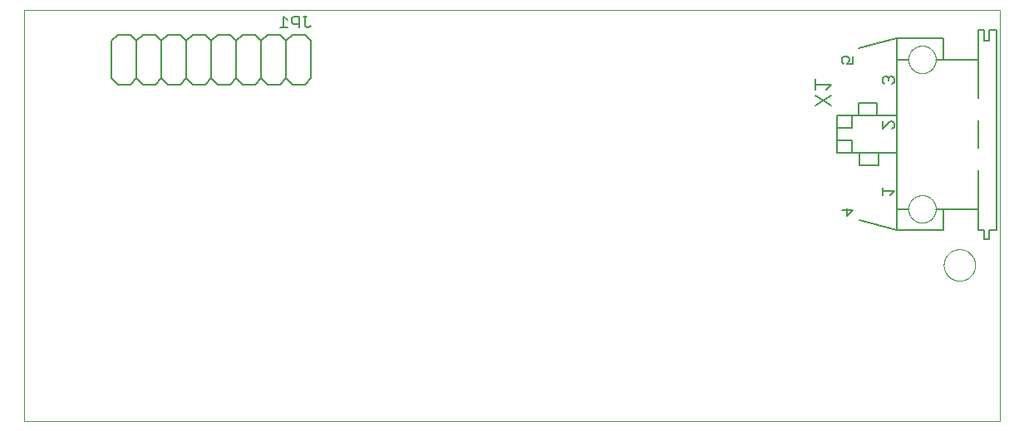
<source format=gbo>
G75*
%MOIN*%
%OFA0B0*%
%FSLAX25Y25*%
%IPPOS*%
%LPD*%
%AMOC8*
5,1,8,0,0,1.08239X$1,22.5*
%
%ADD10C,0.00000*%
%ADD11C,0.00600*%
%ADD12C,0.00500*%
%ADD13C,0.00700*%
D10*
X0001000Y0002875D02*
X0001000Y0167835D01*
X0392201Y0167835D01*
X0392201Y0002875D01*
X0001000Y0002875D01*
X0355500Y0087875D02*
X0355502Y0088023D01*
X0355508Y0088171D01*
X0355518Y0088319D01*
X0355532Y0088467D01*
X0355550Y0088614D01*
X0355572Y0088761D01*
X0355598Y0088907D01*
X0355627Y0089052D01*
X0355661Y0089197D01*
X0355699Y0089340D01*
X0355740Y0089483D01*
X0355785Y0089624D01*
X0355835Y0089764D01*
X0355887Y0089902D01*
X0355944Y0090040D01*
X0356004Y0090175D01*
X0356068Y0090309D01*
X0356135Y0090441D01*
X0356206Y0090571D01*
X0356281Y0090700D01*
X0356359Y0090826D01*
X0356440Y0090950D01*
X0356524Y0091072D01*
X0356612Y0091191D01*
X0356703Y0091308D01*
X0356797Y0091423D01*
X0356895Y0091535D01*
X0356995Y0091644D01*
X0357098Y0091751D01*
X0357204Y0091855D01*
X0357312Y0091956D01*
X0357424Y0092054D01*
X0357538Y0092149D01*
X0357654Y0092240D01*
X0357773Y0092329D01*
X0357894Y0092414D01*
X0358018Y0092496D01*
X0358144Y0092575D01*
X0358271Y0092650D01*
X0358401Y0092722D01*
X0358533Y0092791D01*
X0358666Y0092855D01*
X0358801Y0092916D01*
X0358938Y0092974D01*
X0359076Y0093028D01*
X0359216Y0093078D01*
X0359357Y0093124D01*
X0359499Y0093166D01*
X0359642Y0093205D01*
X0359786Y0093239D01*
X0359932Y0093270D01*
X0360077Y0093297D01*
X0360224Y0093320D01*
X0360371Y0093339D01*
X0360519Y0093354D01*
X0360666Y0093365D01*
X0360815Y0093372D01*
X0360963Y0093375D01*
X0361111Y0093374D01*
X0361259Y0093369D01*
X0361407Y0093360D01*
X0361555Y0093347D01*
X0361703Y0093330D01*
X0361849Y0093309D01*
X0361996Y0093284D01*
X0362141Y0093255D01*
X0362286Y0093223D01*
X0362429Y0093186D01*
X0362572Y0093146D01*
X0362714Y0093101D01*
X0362854Y0093053D01*
X0362993Y0093001D01*
X0363130Y0092946D01*
X0363266Y0092886D01*
X0363401Y0092823D01*
X0363533Y0092757D01*
X0363664Y0092687D01*
X0363793Y0092613D01*
X0363919Y0092536D01*
X0364044Y0092456D01*
X0364166Y0092372D01*
X0364287Y0092285D01*
X0364404Y0092195D01*
X0364520Y0092101D01*
X0364632Y0092005D01*
X0364742Y0091906D01*
X0364850Y0091803D01*
X0364954Y0091698D01*
X0365056Y0091590D01*
X0365154Y0091479D01*
X0365250Y0091366D01*
X0365343Y0091250D01*
X0365432Y0091132D01*
X0365518Y0091011D01*
X0365601Y0090888D01*
X0365681Y0090763D01*
X0365757Y0090636D01*
X0365830Y0090506D01*
X0365899Y0090375D01*
X0365964Y0090242D01*
X0366027Y0090108D01*
X0366085Y0089971D01*
X0366140Y0089833D01*
X0366190Y0089694D01*
X0366238Y0089553D01*
X0366281Y0089412D01*
X0366321Y0089269D01*
X0366356Y0089125D01*
X0366388Y0088980D01*
X0366416Y0088834D01*
X0366440Y0088688D01*
X0366460Y0088541D01*
X0366476Y0088393D01*
X0366488Y0088246D01*
X0366496Y0088097D01*
X0366500Y0087949D01*
X0366500Y0087801D01*
X0366496Y0087653D01*
X0366488Y0087504D01*
X0366476Y0087357D01*
X0366460Y0087209D01*
X0366440Y0087062D01*
X0366416Y0086916D01*
X0366388Y0086770D01*
X0366356Y0086625D01*
X0366321Y0086481D01*
X0366281Y0086338D01*
X0366238Y0086197D01*
X0366190Y0086056D01*
X0366140Y0085917D01*
X0366085Y0085779D01*
X0366027Y0085642D01*
X0365964Y0085508D01*
X0365899Y0085375D01*
X0365830Y0085244D01*
X0365757Y0085114D01*
X0365681Y0084987D01*
X0365601Y0084862D01*
X0365518Y0084739D01*
X0365432Y0084618D01*
X0365343Y0084500D01*
X0365250Y0084384D01*
X0365154Y0084271D01*
X0365056Y0084160D01*
X0364954Y0084052D01*
X0364850Y0083947D01*
X0364742Y0083844D01*
X0364632Y0083745D01*
X0364520Y0083649D01*
X0364404Y0083555D01*
X0364287Y0083465D01*
X0364166Y0083378D01*
X0364044Y0083294D01*
X0363919Y0083214D01*
X0363793Y0083137D01*
X0363664Y0083063D01*
X0363533Y0082993D01*
X0363401Y0082927D01*
X0363266Y0082864D01*
X0363130Y0082804D01*
X0362993Y0082749D01*
X0362854Y0082697D01*
X0362714Y0082649D01*
X0362572Y0082604D01*
X0362429Y0082564D01*
X0362286Y0082527D01*
X0362141Y0082495D01*
X0361996Y0082466D01*
X0361849Y0082441D01*
X0361703Y0082420D01*
X0361555Y0082403D01*
X0361407Y0082390D01*
X0361259Y0082381D01*
X0361111Y0082376D01*
X0360963Y0082375D01*
X0360815Y0082378D01*
X0360666Y0082385D01*
X0360519Y0082396D01*
X0360371Y0082411D01*
X0360224Y0082430D01*
X0360077Y0082453D01*
X0359932Y0082480D01*
X0359786Y0082511D01*
X0359642Y0082545D01*
X0359499Y0082584D01*
X0359357Y0082626D01*
X0359216Y0082672D01*
X0359076Y0082722D01*
X0358938Y0082776D01*
X0358801Y0082834D01*
X0358666Y0082895D01*
X0358533Y0082959D01*
X0358401Y0083028D01*
X0358271Y0083100D01*
X0358144Y0083175D01*
X0358018Y0083254D01*
X0357894Y0083336D01*
X0357773Y0083421D01*
X0357654Y0083510D01*
X0357538Y0083601D01*
X0357424Y0083696D01*
X0357312Y0083794D01*
X0357204Y0083895D01*
X0357098Y0083999D01*
X0356995Y0084106D01*
X0356895Y0084215D01*
X0356797Y0084327D01*
X0356703Y0084442D01*
X0356612Y0084559D01*
X0356524Y0084678D01*
X0356440Y0084800D01*
X0356359Y0084924D01*
X0356281Y0085050D01*
X0356206Y0085179D01*
X0356135Y0085309D01*
X0356068Y0085441D01*
X0356004Y0085575D01*
X0355944Y0085710D01*
X0355887Y0085848D01*
X0355835Y0085986D01*
X0355785Y0086126D01*
X0355740Y0086267D01*
X0355699Y0086410D01*
X0355661Y0086553D01*
X0355627Y0086698D01*
X0355598Y0086843D01*
X0355572Y0086989D01*
X0355550Y0087136D01*
X0355532Y0087283D01*
X0355518Y0087431D01*
X0355508Y0087579D01*
X0355502Y0087727D01*
X0355500Y0087875D01*
X0369701Y0065375D02*
X0369703Y0065533D01*
X0369709Y0065691D01*
X0369719Y0065849D01*
X0369733Y0066007D01*
X0369751Y0066164D01*
X0369772Y0066321D01*
X0369798Y0066477D01*
X0369828Y0066633D01*
X0369861Y0066788D01*
X0369899Y0066941D01*
X0369940Y0067094D01*
X0369985Y0067246D01*
X0370034Y0067397D01*
X0370087Y0067546D01*
X0370143Y0067694D01*
X0370203Y0067840D01*
X0370267Y0067985D01*
X0370335Y0068128D01*
X0370406Y0068270D01*
X0370480Y0068410D01*
X0370558Y0068547D01*
X0370640Y0068683D01*
X0370724Y0068817D01*
X0370813Y0068948D01*
X0370904Y0069077D01*
X0370999Y0069204D01*
X0371096Y0069329D01*
X0371197Y0069451D01*
X0371301Y0069570D01*
X0371408Y0069687D01*
X0371518Y0069801D01*
X0371631Y0069912D01*
X0371746Y0070021D01*
X0371864Y0070126D01*
X0371985Y0070228D01*
X0372108Y0070328D01*
X0372234Y0070424D01*
X0372362Y0070517D01*
X0372492Y0070607D01*
X0372625Y0070693D01*
X0372760Y0070777D01*
X0372896Y0070856D01*
X0373035Y0070933D01*
X0373176Y0071005D01*
X0373318Y0071075D01*
X0373462Y0071140D01*
X0373608Y0071202D01*
X0373755Y0071260D01*
X0373904Y0071315D01*
X0374054Y0071366D01*
X0374205Y0071413D01*
X0374357Y0071456D01*
X0374510Y0071495D01*
X0374665Y0071531D01*
X0374820Y0071562D01*
X0374976Y0071590D01*
X0375132Y0071614D01*
X0375289Y0071634D01*
X0375447Y0071650D01*
X0375604Y0071662D01*
X0375763Y0071670D01*
X0375921Y0071674D01*
X0376079Y0071674D01*
X0376237Y0071670D01*
X0376396Y0071662D01*
X0376553Y0071650D01*
X0376711Y0071634D01*
X0376868Y0071614D01*
X0377024Y0071590D01*
X0377180Y0071562D01*
X0377335Y0071531D01*
X0377490Y0071495D01*
X0377643Y0071456D01*
X0377795Y0071413D01*
X0377946Y0071366D01*
X0378096Y0071315D01*
X0378245Y0071260D01*
X0378392Y0071202D01*
X0378538Y0071140D01*
X0378682Y0071075D01*
X0378824Y0071005D01*
X0378965Y0070933D01*
X0379104Y0070856D01*
X0379240Y0070777D01*
X0379375Y0070693D01*
X0379508Y0070607D01*
X0379638Y0070517D01*
X0379766Y0070424D01*
X0379892Y0070328D01*
X0380015Y0070228D01*
X0380136Y0070126D01*
X0380254Y0070021D01*
X0380369Y0069912D01*
X0380482Y0069801D01*
X0380592Y0069687D01*
X0380699Y0069570D01*
X0380803Y0069451D01*
X0380904Y0069329D01*
X0381001Y0069204D01*
X0381096Y0069077D01*
X0381187Y0068948D01*
X0381276Y0068817D01*
X0381360Y0068683D01*
X0381442Y0068547D01*
X0381520Y0068410D01*
X0381594Y0068270D01*
X0381665Y0068128D01*
X0381733Y0067985D01*
X0381797Y0067840D01*
X0381857Y0067694D01*
X0381913Y0067546D01*
X0381966Y0067397D01*
X0382015Y0067246D01*
X0382060Y0067094D01*
X0382101Y0066941D01*
X0382139Y0066788D01*
X0382172Y0066633D01*
X0382202Y0066477D01*
X0382228Y0066321D01*
X0382249Y0066164D01*
X0382267Y0066007D01*
X0382281Y0065849D01*
X0382291Y0065691D01*
X0382297Y0065533D01*
X0382299Y0065375D01*
X0382297Y0065217D01*
X0382291Y0065059D01*
X0382281Y0064901D01*
X0382267Y0064743D01*
X0382249Y0064586D01*
X0382228Y0064429D01*
X0382202Y0064273D01*
X0382172Y0064117D01*
X0382139Y0063962D01*
X0382101Y0063809D01*
X0382060Y0063656D01*
X0382015Y0063504D01*
X0381966Y0063353D01*
X0381913Y0063204D01*
X0381857Y0063056D01*
X0381797Y0062910D01*
X0381733Y0062765D01*
X0381665Y0062622D01*
X0381594Y0062480D01*
X0381520Y0062340D01*
X0381442Y0062203D01*
X0381360Y0062067D01*
X0381276Y0061933D01*
X0381187Y0061802D01*
X0381096Y0061673D01*
X0381001Y0061546D01*
X0380904Y0061421D01*
X0380803Y0061299D01*
X0380699Y0061180D01*
X0380592Y0061063D01*
X0380482Y0060949D01*
X0380369Y0060838D01*
X0380254Y0060729D01*
X0380136Y0060624D01*
X0380015Y0060522D01*
X0379892Y0060422D01*
X0379766Y0060326D01*
X0379638Y0060233D01*
X0379508Y0060143D01*
X0379375Y0060057D01*
X0379240Y0059973D01*
X0379104Y0059894D01*
X0378965Y0059817D01*
X0378824Y0059745D01*
X0378682Y0059675D01*
X0378538Y0059610D01*
X0378392Y0059548D01*
X0378245Y0059490D01*
X0378096Y0059435D01*
X0377946Y0059384D01*
X0377795Y0059337D01*
X0377643Y0059294D01*
X0377490Y0059255D01*
X0377335Y0059219D01*
X0377180Y0059188D01*
X0377024Y0059160D01*
X0376868Y0059136D01*
X0376711Y0059116D01*
X0376553Y0059100D01*
X0376396Y0059088D01*
X0376237Y0059080D01*
X0376079Y0059076D01*
X0375921Y0059076D01*
X0375763Y0059080D01*
X0375604Y0059088D01*
X0375447Y0059100D01*
X0375289Y0059116D01*
X0375132Y0059136D01*
X0374976Y0059160D01*
X0374820Y0059188D01*
X0374665Y0059219D01*
X0374510Y0059255D01*
X0374357Y0059294D01*
X0374205Y0059337D01*
X0374054Y0059384D01*
X0373904Y0059435D01*
X0373755Y0059490D01*
X0373608Y0059548D01*
X0373462Y0059610D01*
X0373318Y0059675D01*
X0373176Y0059745D01*
X0373035Y0059817D01*
X0372896Y0059894D01*
X0372760Y0059973D01*
X0372625Y0060057D01*
X0372492Y0060143D01*
X0372362Y0060233D01*
X0372234Y0060326D01*
X0372108Y0060422D01*
X0371985Y0060522D01*
X0371864Y0060624D01*
X0371746Y0060729D01*
X0371631Y0060838D01*
X0371518Y0060949D01*
X0371408Y0061063D01*
X0371301Y0061180D01*
X0371197Y0061299D01*
X0371096Y0061421D01*
X0370999Y0061546D01*
X0370904Y0061673D01*
X0370813Y0061802D01*
X0370724Y0061933D01*
X0370640Y0062067D01*
X0370558Y0062203D01*
X0370480Y0062340D01*
X0370406Y0062480D01*
X0370335Y0062622D01*
X0370267Y0062765D01*
X0370203Y0062910D01*
X0370143Y0063056D01*
X0370087Y0063204D01*
X0370034Y0063353D01*
X0369985Y0063504D01*
X0369940Y0063656D01*
X0369899Y0063809D01*
X0369861Y0063962D01*
X0369828Y0064117D01*
X0369798Y0064273D01*
X0369772Y0064429D01*
X0369751Y0064586D01*
X0369733Y0064743D01*
X0369719Y0064901D01*
X0369709Y0065059D01*
X0369703Y0065217D01*
X0369701Y0065375D01*
X0355500Y0147875D02*
X0355502Y0148023D01*
X0355508Y0148171D01*
X0355518Y0148319D01*
X0355532Y0148467D01*
X0355550Y0148614D01*
X0355572Y0148761D01*
X0355598Y0148907D01*
X0355627Y0149052D01*
X0355661Y0149197D01*
X0355699Y0149340D01*
X0355740Y0149483D01*
X0355785Y0149624D01*
X0355835Y0149764D01*
X0355887Y0149902D01*
X0355944Y0150040D01*
X0356004Y0150175D01*
X0356068Y0150309D01*
X0356135Y0150441D01*
X0356206Y0150571D01*
X0356281Y0150700D01*
X0356359Y0150826D01*
X0356440Y0150950D01*
X0356524Y0151072D01*
X0356612Y0151191D01*
X0356703Y0151308D01*
X0356797Y0151423D01*
X0356895Y0151535D01*
X0356995Y0151644D01*
X0357098Y0151751D01*
X0357204Y0151855D01*
X0357312Y0151956D01*
X0357424Y0152054D01*
X0357538Y0152149D01*
X0357654Y0152240D01*
X0357773Y0152329D01*
X0357894Y0152414D01*
X0358018Y0152496D01*
X0358144Y0152575D01*
X0358271Y0152650D01*
X0358401Y0152722D01*
X0358533Y0152791D01*
X0358666Y0152855D01*
X0358801Y0152916D01*
X0358938Y0152974D01*
X0359076Y0153028D01*
X0359216Y0153078D01*
X0359357Y0153124D01*
X0359499Y0153166D01*
X0359642Y0153205D01*
X0359786Y0153239D01*
X0359932Y0153270D01*
X0360077Y0153297D01*
X0360224Y0153320D01*
X0360371Y0153339D01*
X0360519Y0153354D01*
X0360666Y0153365D01*
X0360815Y0153372D01*
X0360963Y0153375D01*
X0361111Y0153374D01*
X0361259Y0153369D01*
X0361407Y0153360D01*
X0361555Y0153347D01*
X0361703Y0153330D01*
X0361849Y0153309D01*
X0361996Y0153284D01*
X0362141Y0153255D01*
X0362286Y0153223D01*
X0362429Y0153186D01*
X0362572Y0153146D01*
X0362714Y0153101D01*
X0362854Y0153053D01*
X0362993Y0153001D01*
X0363130Y0152946D01*
X0363266Y0152886D01*
X0363401Y0152823D01*
X0363533Y0152757D01*
X0363664Y0152687D01*
X0363793Y0152613D01*
X0363919Y0152536D01*
X0364044Y0152456D01*
X0364166Y0152372D01*
X0364287Y0152285D01*
X0364404Y0152195D01*
X0364520Y0152101D01*
X0364632Y0152005D01*
X0364742Y0151906D01*
X0364850Y0151803D01*
X0364954Y0151698D01*
X0365056Y0151590D01*
X0365154Y0151479D01*
X0365250Y0151366D01*
X0365343Y0151250D01*
X0365432Y0151132D01*
X0365518Y0151011D01*
X0365601Y0150888D01*
X0365681Y0150763D01*
X0365757Y0150636D01*
X0365830Y0150506D01*
X0365899Y0150375D01*
X0365964Y0150242D01*
X0366027Y0150108D01*
X0366085Y0149971D01*
X0366140Y0149833D01*
X0366190Y0149694D01*
X0366238Y0149553D01*
X0366281Y0149412D01*
X0366321Y0149269D01*
X0366356Y0149125D01*
X0366388Y0148980D01*
X0366416Y0148834D01*
X0366440Y0148688D01*
X0366460Y0148541D01*
X0366476Y0148393D01*
X0366488Y0148246D01*
X0366496Y0148097D01*
X0366500Y0147949D01*
X0366500Y0147801D01*
X0366496Y0147653D01*
X0366488Y0147504D01*
X0366476Y0147357D01*
X0366460Y0147209D01*
X0366440Y0147062D01*
X0366416Y0146916D01*
X0366388Y0146770D01*
X0366356Y0146625D01*
X0366321Y0146481D01*
X0366281Y0146338D01*
X0366238Y0146197D01*
X0366190Y0146056D01*
X0366140Y0145917D01*
X0366085Y0145779D01*
X0366027Y0145642D01*
X0365964Y0145508D01*
X0365899Y0145375D01*
X0365830Y0145244D01*
X0365757Y0145114D01*
X0365681Y0144987D01*
X0365601Y0144862D01*
X0365518Y0144739D01*
X0365432Y0144618D01*
X0365343Y0144500D01*
X0365250Y0144384D01*
X0365154Y0144271D01*
X0365056Y0144160D01*
X0364954Y0144052D01*
X0364850Y0143947D01*
X0364742Y0143844D01*
X0364632Y0143745D01*
X0364520Y0143649D01*
X0364404Y0143555D01*
X0364287Y0143465D01*
X0364166Y0143378D01*
X0364044Y0143294D01*
X0363919Y0143214D01*
X0363793Y0143137D01*
X0363664Y0143063D01*
X0363533Y0142993D01*
X0363401Y0142927D01*
X0363266Y0142864D01*
X0363130Y0142804D01*
X0362993Y0142749D01*
X0362854Y0142697D01*
X0362714Y0142649D01*
X0362572Y0142604D01*
X0362429Y0142564D01*
X0362286Y0142527D01*
X0362141Y0142495D01*
X0361996Y0142466D01*
X0361849Y0142441D01*
X0361703Y0142420D01*
X0361555Y0142403D01*
X0361407Y0142390D01*
X0361259Y0142381D01*
X0361111Y0142376D01*
X0360963Y0142375D01*
X0360815Y0142378D01*
X0360666Y0142385D01*
X0360519Y0142396D01*
X0360371Y0142411D01*
X0360224Y0142430D01*
X0360077Y0142453D01*
X0359932Y0142480D01*
X0359786Y0142511D01*
X0359642Y0142545D01*
X0359499Y0142584D01*
X0359357Y0142626D01*
X0359216Y0142672D01*
X0359076Y0142722D01*
X0358938Y0142776D01*
X0358801Y0142834D01*
X0358666Y0142895D01*
X0358533Y0142959D01*
X0358401Y0143028D01*
X0358271Y0143100D01*
X0358144Y0143175D01*
X0358018Y0143254D01*
X0357894Y0143336D01*
X0357773Y0143421D01*
X0357654Y0143510D01*
X0357538Y0143601D01*
X0357424Y0143696D01*
X0357312Y0143794D01*
X0357204Y0143895D01*
X0357098Y0143999D01*
X0356995Y0144106D01*
X0356895Y0144215D01*
X0356797Y0144327D01*
X0356703Y0144442D01*
X0356612Y0144559D01*
X0356524Y0144678D01*
X0356440Y0144800D01*
X0356359Y0144924D01*
X0356281Y0145050D01*
X0356206Y0145179D01*
X0356135Y0145309D01*
X0356068Y0145441D01*
X0356004Y0145575D01*
X0355944Y0145710D01*
X0355887Y0145848D01*
X0355835Y0145986D01*
X0355785Y0146126D01*
X0355740Y0146267D01*
X0355699Y0146410D01*
X0355661Y0146553D01*
X0355627Y0146698D01*
X0355598Y0146843D01*
X0355572Y0146989D01*
X0355550Y0147136D01*
X0355532Y0147283D01*
X0355518Y0147431D01*
X0355508Y0147579D01*
X0355502Y0147727D01*
X0355500Y0147875D01*
D11*
X0351000Y0147875D01*
X0351000Y0156375D01*
X0335500Y0152375D01*
X0351000Y0156375D02*
X0369500Y0156375D01*
X0369500Y0147875D01*
X0366500Y0147875D01*
X0369500Y0147875D02*
X0383500Y0147875D01*
X0383500Y0159875D01*
X0386000Y0159875D01*
X0386000Y0155375D01*
X0388000Y0155375D01*
X0388000Y0159875D01*
X0391000Y0159875D01*
X0391000Y0079375D01*
X0388000Y0079375D01*
X0388000Y0075875D01*
X0386000Y0075875D01*
X0386000Y0079375D01*
X0383500Y0079375D01*
X0383500Y0087875D01*
X0383500Y0103375D01*
X0383500Y0112375D02*
X0383500Y0123375D01*
X0383500Y0132375D02*
X0383500Y0147375D01*
X0351000Y0147875D02*
X0351000Y0125375D01*
X0343000Y0125375D01*
X0343000Y0130375D01*
X0335500Y0130375D01*
X0335500Y0125375D01*
X0333000Y0125375D01*
X0333000Y0120375D01*
X0327000Y0120375D01*
X0327000Y0115375D01*
X0333000Y0115375D01*
X0333000Y0110375D01*
X0336000Y0110375D01*
X0336000Y0105375D01*
X0343500Y0105375D01*
X0343500Y0110375D01*
X0351000Y0110375D01*
X0351000Y0125375D01*
X0343000Y0125375D02*
X0335500Y0125375D01*
X0333000Y0125375D02*
X0327000Y0125375D01*
X0327000Y0120375D01*
X0327000Y0115375D02*
X0327000Y0110375D01*
X0333000Y0110375D01*
X0336000Y0110375D02*
X0343500Y0110375D01*
X0351000Y0110375D02*
X0351000Y0087875D01*
X0355500Y0087875D01*
X0351000Y0087875D02*
X0351000Y0079375D01*
X0369500Y0079375D01*
X0369500Y0087875D01*
X0366500Y0087875D01*
X0369500Y0087875D02*
X0383500Y0087875D01*
X0351000Y0079375D02*
X0336000Y0083375D01*
X0116000Y0140375D02*
X0116000Y0155375D01*
X0113500Y0157875D01*
X0108500Y0157875D01*
X0106000Y0155375D01*
X0106000Y0140375D01*
X0103500Y0137875D01*
X0098500Y0137875D01*
X0096000Y0140375D01*
X0096000Y0155375D01*
X0093500Y0157875D01*
X0088500Y0157875D01*
X0086000Y0155375D01*
X0086000Y0140375D01*
X0083500Y0137875D01*
X0078500Y0137875D01*
X0076000Y0140375D01*
X0076000Y0155375D01*
X0073500Y0157875D01*
X0068500Y0157875D01*
X0066000Y0155375D01*
X0066000Y0140375D01*
X0063500Y0137875D01*
X0058500Y0137875D01*
X0056000Y0140375D01*
X0056000Y0155375D01*
X0053500Y0157875D01*
X0048500Y0157875D01*
X0046000Y0155375D01*
X0043500Y0157875D01*
X0038500Y0157875D01*
X0036000Y0155375D01*
X0036000Y0140375D01*
X0038500Y0137875D01*
X0043500Y0137875D01*
X0046000Y0140375D01*
X0046000Y0155375D01*
X0056000Y0155375D02*
X0058500Y0157875D01*
X0063500Y0157875D01*
X0066000Y0155375D01*
X0076000Y0155375D02*
X0078500Y0157875D01*
X0083500Y0157875D01*
X0086000Y0155375D01*
X0096000Y0155375D02*
X0098500Y0157875D01*
X0103500Y0157875D01*
X0106000Y0155375D01*
X0106000Y0140375D02*
X0108500Y0137875D01*
X0113500Y0137875D01*
X0116000Y0140375D01*
X0096000Y0140375D02*
X0093500Y0137875D01*
X0088500Y0137875D01*
X0086000Y0140375D01*
X0076000Y0140375D02*
X0073500Y0137875D01*
X0068500Y0137875D01*
X0066000Y0140375D01*
X0056000Y0140375D02*
X0053500Y0137875D01*
X0048500Y0137875D01*
X0046000Y0140375D01*
D12*
X0103540Y0160625D02*
X0106542Y0160625D01*
X0105041Y0160625D02*
X0105041Y0165128D01*
X0106542Y0163627D01*
X0108144Y0162876D02*
X0108894Y0162126D01*
X0111146Y0162126D01*
X0111146Y0160625D02*
X0111146Y0165128D01*
X0108894Y0165128D01*
X0108144Y0164378D01*
X0108144Y0162876D01*
X0112747Y0165128D02*
X0114249Y0165128D01*
X0113498Y0165128D02*
X0113498Y0161375D01*
X0114249Y0160625D01*
X0114999Y0160625D01*
X0115750Y0161375D01*
X0328750Y0148273D02*
X0328750Y0146771D01*
X0329501Y0146021D01*
X0331002Y0146021D02*
X0331753Y0147522D01*
X0331753Y0148273D01*
X0331002Y0149023D01*
X0329501Y0149023D01*
X0328750Y0148273D01*
X0331002Y0146021D02*
X0333254Y0146021D01*
X0333254Y0149023D01*
X0345250Y0140273D02*
X0345250Y0138771D01*
X0346001Y0138021D01*
X0347502Y0139522D02*
X0347502Y0140273D01*
X0346751Y0141023D01*
X0346001Y0141023D01*
X0345250Y0140273D01*
X0347502Y0140273D02*
X0348253Y0141023D01*
X0349003Y0141023D01*
X0349754Y0140273D01*
X0349754Y0138771D01*
X0349003Y0138021D01*
X0349003Y0123023D02*
X0349754Y0122273D01*
X0349754Y0120771D01*
X0349003Y0120021D01*
X0349003Y0123023D02*
X0348253Y0123023D01*
X0345250Y0120021D01*
X0345250Y0123023D01*
X0345250Y0096523D02*
X0345250Y0093521D01*
X0345250Y0095022D02*
X0349754Y0095022D01*
X0348253Y0093521D01*
X0333254Y0087273D02*
X0331002Y0085021D01*
X0331002Y0088023D01*
X0328750Y0087273D02*
X0333254Y0087273D01*
D13*
X0324655Y0129334D02*
X0318350Y0133537D01*
X0318350Y0135779D02*
X0318350Y0139983D01*
X0318350Y0137881D02*
X0324655Y0137881D01*
X0322554Y0135779D01*
X0324655Y0133537D02*
X0318350Y0129334D01*
M02*

</source>
